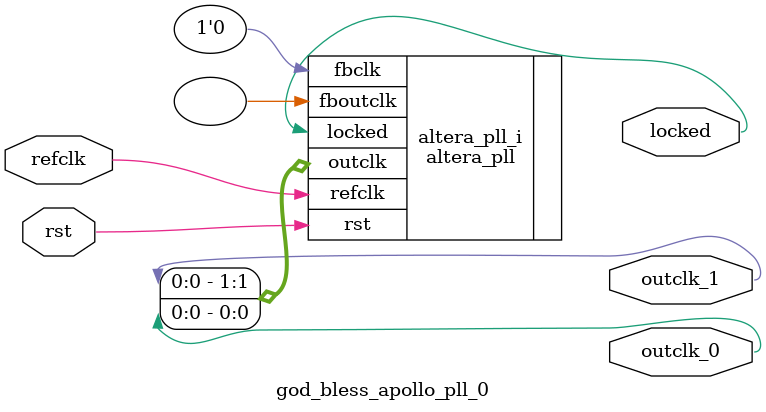
<source format=v>
`timescale 1ns/10ps
module  god_bless_apollo_pll_0(

	// interface 'refclk'
	input wire refclk,

	// interface 'reset'
	input wire rst,

	// interface 'outclk0'
	output wire outclk_0,

	// interface 'outclk1'
	output wire outclk_1,

	// interface 'locked'
	output wire locked
);

	altera_pll #(
		.fractional_vco_multiplier("false"),
		.reference_clock_frequency("50.0 MHz"),
		.operation_mode("direct"),
		.number_of_clocks(2),
		.output_clock_frequency0("25.000000 MHz"),
		.phase_shift0("0 ps"),
		.duty_cycle0(50),
		.output_clock_frequency1("200.000000 MHz"),
		.phase_shift1("0 ps"),
		.duty_cycle1(50),
		.output_clock_frequency2("0 MHz"),
		.phase_shift2("0 ps"),
		.duty_cycle2(50),
		.output_clock_frequency3("0 MHz"),
		.phase_shift3("0 ps"),
		.duty_cycle3(50),
		.output_clock_frequency4("0 MHz"),
		.phase_shift4("0 ps"),
		.duty_cycle4(50),
		.output_clock_frequency5("0 MHz"),
		.phase_shift5("0 ps"),
		.duty_cycle5(50),
		.output_clock_frequency6("0 MHz"),
		.phase_shift6("0 ps"),
		.duty_cycle6(50),
		.output_clock_frequency7("0 MHz"),
		.phase_shift7("0 ps"),
		.duty_cycle7(50),
		.output_clock_frequency8("0 MHz"),
		.phase_shift8("0 ps"),
		.duty_cycle8(50),
		.output_clock_frequency9("0 MHz"),
		.phase_shift9("0 ps"),
		.duty_cycle9(50),
		.output_clock_frequency10("0 MHz"),
		.phase_shift10("0 ps"),
		.duty_cycle10(50),
		.output_clock_frequency11("0 MHz"),
		.phase_shift11("0 ps"),
		.duty_cycle11(50),
		.output_clock_frequency12("0 MHz"),
		.phase_shift12("0 ps"),
		.duty_cycle12(50),
		.output_clock_frequency13("0 MHz"),
		.phase_shift13("0 ps"),
		.duty_cycle13(50),
		.output_clock_frequency14("0 MHz"),
		.phase_shift14("0 ps"),
		.duty_cycle14(50),
		.output_clock_frequency15("0 MHz"),
		.phase_shift15("0 ps"),
		.duty_cycle15(50),
		.output_clock_frequency16("0 MHz"),
		.phase_shift16("0 ps"),
		.duty_cycle16(50),
		.output_clock_frequency17("0 MHz"),
		.phase_shift17("0 ps"),
		.duty_cycle17(50),
		.pll_type("General"),
		.pll_subtype("General")
	) altera_pll_i (
		.rst	(rst),
		.outclk	({outclk_1, outclk_0}),
		.locked	(locked),
		.fboutclk	( ),
		.fbclk	(1'b0),
		.refclk	(refclk)
	);
endmodule


</source>
